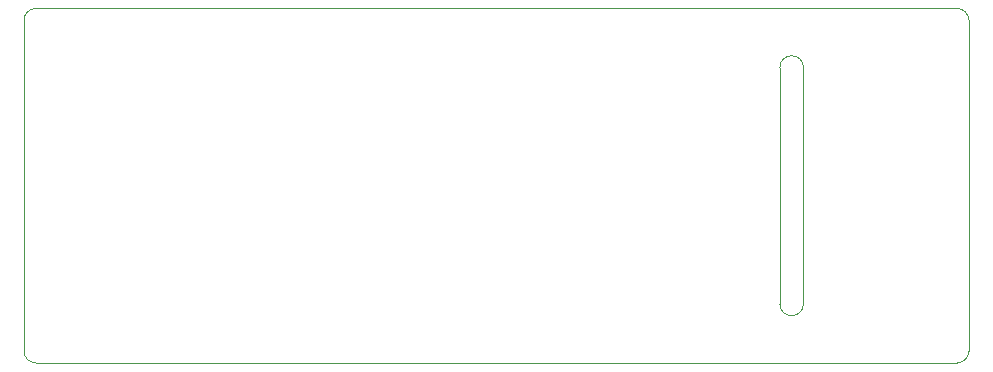
<source format=gbr>
G04 #@! TF.GenerationSoftware,KiCad,Pcbnew,(5.1.2)-1*
G04 #@! TF.CreationDate,2024-09-22T12:57:02+09:00*
G04 #@! TF.ProjectId,pc,70632e6b-6963-4616-945f-706362585858,v1.1*
G04 #@! TF.SameCoordinates,Original*
G04 #@! TF.FileFunction,Profile,NP*
%FSLAX46Y46*%
G04 Gerber Fmt 4.6, Leading zero omitted, Abs format (unit mm)*
G04 Created by KiCad (PCBNEW (5.1.2)-1) date 2024-09-22 12:57:02*
%MOMM*%
%LPD*%
G04 APERTURE LIST*
%ADD10C,0.050000*%
G04 APERTURE END LIST*
D10*
X105000000Y-111000000D02*
G75*
G02X106000000Y-110000000I1000000J0D01*
G01*
X184000000Y-110000000D02*
G75*
G02X185000000Y-111000000I0J-1000000D01*
G01*
X185000000Y-139000000D02*
G75*
G02X184000000Y-140000000I-1000000J0D01*
G01*
X106000000Y-140000000D02*
G75*
G02X105000000Y-139000000I0J1000000D01*
G01*
X171000000Y-135000000D02*
X171000000Y-115000000D01*
X171000000Y-135000000D02*
G75*
G02X169000000Y-135000000I-1000000J0D01*
G01*
X169000000Y-115000000D02*
G75*
G02X171000000Y-115000000I1000000J0D01*
G01*
X169000000Y-115000000D02*
X169000000Y-135000000D01*
X105000000Y-111000000D02*
X105000000Y-139000000D01*
X184000000Y-110000000D02*
X106000000Y-110000000D01*
X185000000Y-139000000D02*
X185000000Y-111000000D01*
X106000000Y-140000000D02*
X184000000Y-140000000D01*
M02*

</source>
